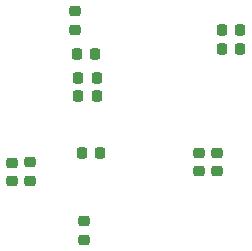
<source format=gbr>
%TF.GenerationSoftware,KiCad,Pcbnew,9.0.2*%
%TF.CreationDate,2025-07-14T16:58:00+03:00*%
%TF.ProjectId,vehicle_io_validator,76656869-636c-4655-9f69-6f5f76616c69,rev?*%
%TF.SameCoordinates,Original*%
%TF.FileFunction,Paste,Bot*%
%TF.FilePolarity,Positive*%
%FSLAX46Y46*%
G04 Gerber Fmt 4.6, Leading zero omitted, Abs format (unit mm)*
G04 Created by KiCad (PCBNEW 9.0.2) date 2025-07-14 16:58:00*
%MOMM*%
%LPD*%
G01*
G04 APERTURE LIST*
G04 Aperture macros list*
%AMRoundRect*
0 Rectangle with rounded corners*
0 $1 Rounding radius*
0 $2 $3 $4 $5 $6 $7 $8 $9 X,Y pos of 4 corners*
0 Add a 4 corners polygon primitive as box body*
4,1,4,$2,$3,$4,$5,$6,$7,$8,$9,$2,$3,0*
0 Add four circle primitives for the rounded corners*
1,1,$1+$1,$2,$3*
1,1,$1+$1,$4,$5*
1,1,$1+$1,$6,$7*
1,1,$1+$1,$8,$9*
0 Add four rect primitives between the rounded corners*
20,1,$1+$1,$2,$3,$4,$5,0*
20,1,$1+$1,$4,$5,$6,$7,0*
20,1,$1+$1,$6,$7,$8,$9,0*
20,1,$1+$1,$8,$9,$2,$3,0*%
G04 Aperture macros list end*
%ADD10RoundRect,0.225000X-0.250000X0.225000X-0.250000X-0.225000X0.250000X-0.225000X0.250000X0.225000X0*%
%ADD11RoundRect,0.225000X0.225000X0.250000X-0.225000X0.250000X-0.225000X-0.250000X0.225000X-0.250000X0*%
%ADD12RoundRect,0.225000X0.250000X-0.225000X0.250000X0.225000X-0.250000X0.225000X-0.250000X-0.225000X0*%
%ADD13RoundRect,0.225000X-0.225000X-0.250000X0.225000X-0.250000X0.225000X0.250000X-0.225000X0.250000X0*%
G04 APERTURE END LIST*
D10*
%TO.C,C6*%
X97930000Y-74900000D03*
X97930000Y-76450000D03*
%TD*%
D11*
%TO.C,C2*%
X115760000Y-65270000D03*
X114210000Y-65270000D03*
%TD*%
D10*
%TO.C,C7*%
X96390000Y-74910000D03*
X96390000Y-76460000D03*
%TD*%
D12*
%TO.C,C5*%
X113770000Y-75645000D03*
X113770000Y-74095000D03*
%TD*%
D10*
%TO.C,C10*%
X101720000Y-62105000D03*
X101720000Y-63655000D03*
%TD*%
D13*
%TO.C,C13*%
X102035000Y-67750000D03*
X103585000Y-67750000D03*
%TD*%
%TO.C,C12*%
X102335000Y-74100000D03*
X103885000Y-74100000D03*
%TD*%
%TO.C,C3*%
X102040000Y-69270000D03*
X103590000Y-69270000D03*
%TD*%
%TO.C,C8*%
X101925000Y-65730000D03*
X103475000Y-65730000D03*
%TD*%
D11*
%TO.C,C9*%
X115760000Y-63695000D03*
X114210000Y-63695000D03*
%TD*%
D10*
%TO.C,C4*%
X102550000Y-79895000D03*
X102550000Y-81445000D03*
%TD*%
D12*
%TO.C,C1*%
X112240000Y-75645000D03*
X112240000Y-74095000D03*
%TD*%
M02*

</source>
